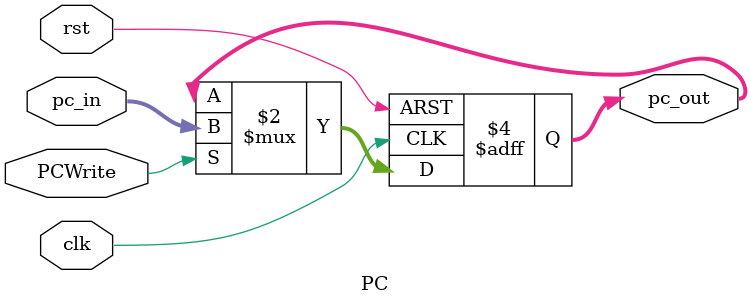
<source format=sv>
module PC(
  input         clk,
  input         rst,
  input [31:0]  pc_in,
  input         PCWrite,
  output reg [31:0] pc_out
  );

always@(posedge clk or posedge rst)begin
  if(rst)begin
    pc_out<=0;
  end
  else begin
    if(PCWrite) pc_out<=pc_in;
  end
end
  


endmodule
</source>
